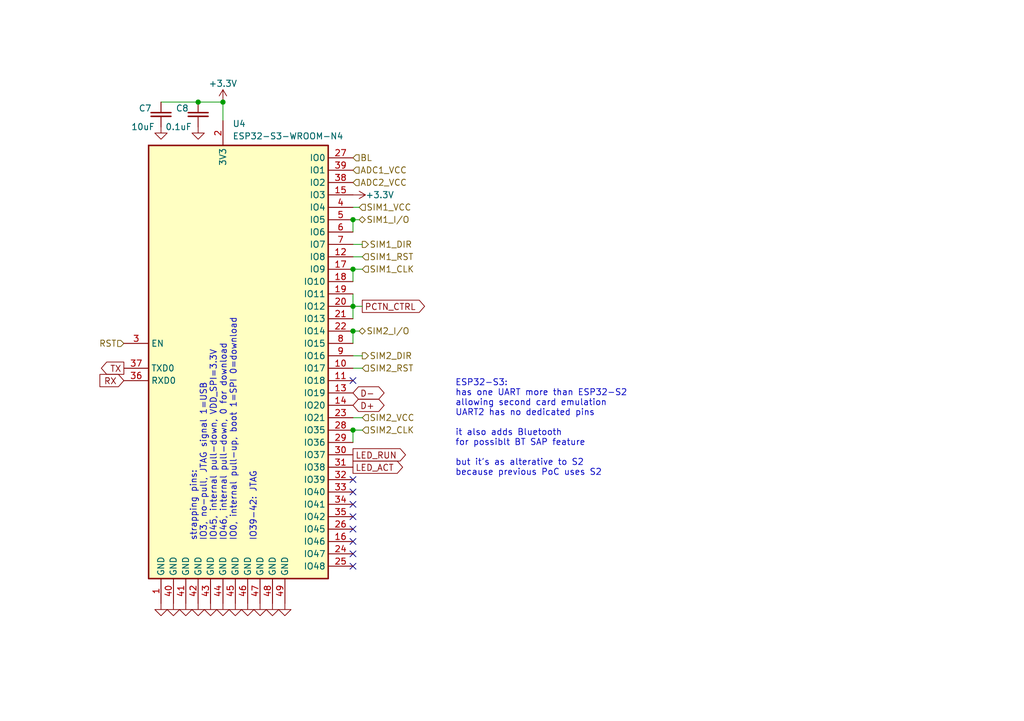
<source format=kicad_sch>
(kicad_sch (version 20230121) (generator eeschema)
  (paper "A5")
  (title_block (title "rSIM") (date "$date$") (rev "$version$.$revision$") (company "CuVoodoo") (comment 1 "King Kévin") (comment 2 "CERN-OHL-S"))
  (lib_symbols
    (symbol "capacitor/C0603 0.1uF 16V_1" (pin_numbers hide) (pin_names hide)
      (property "Reference" "C" (at 0 2.794 0))
      (property "Value" "C0603" (at 0 -2.794 0))
      (symbol "capacitor/C0603 0.1uF 16V_1_1_1"
        (polyline (pts (xy -0.381 2.032) (xy -0.381 -2.032)) (stroke (width 0.305)))
        (polyline (pts (xy 0.381 2.032) (xy 0.381 -2.032)) (stroke (width 0.305)))
        (pin passive line (at -2.54 0 0) (length 2.159) (name "L") (number "1"))
        (pin passive line (at 2.54 0 180) (length 2.159) (name "R") (number "2"))
      )
    )
    (symbol "partdb:MCU/ESP32-S3-WROOM-1-N4"
      (property "Reference" "U" (at 0 0.762 0))
      (property "Value" "ESP32-S3-WROOM-I" (at 28.702 -89.662 0))
      (symbol "MCU/ESP32-S3-WROOM-1-N4_1_1"
        (rectangle (start 0 0) (end 36.83 -88.9) (stroke (width 0.305)) (fill (type background)))
        (pin power_in line (at 2.54 -93.98 90) (length 5.08) (name "GND") (number "1"))
        (pin bidirectional line (at 41.91 -45.72 180) (length 5.08) (name "IO17") (number "10"))
        (pin bidirectional line (at 41.91 -48.26 180) (length 5.08) (name "IO18") (number "11"))
        (pin bidirectional line (at 41.91 -22.86 180) (length 5.08) (name "IO8") (number "12"))
        (pin bidirectional line (at 41.91 -50.8 180) (length 5.08) (name "IO19") (number "13"))
        (pin bidirectional line (at 41.91 -53.34 180) (length 5.08) (name "IO20") (number "14"))
        (pin bidirectional line (at 41.91 -10.16 180) (length 5.08) (name "IO3") (number "15"))
        (pin bidirectional line (at 41.91 -81.28 180) (length 5.08) (name "IO46") (number "16"))
        (pin bidirectional line (at 41.91 -25.4 180) (length 5.08) (name "IO9") (number "17"))
        (pin bidirectional line (at 41.91 -27.94 180) (length 5.08) (name "IO10") (number "18"))
        (pin bidirectional line (at 41.91 -30.48 180) (length 5.08) (name "IO11") (number "19"))
        (pin power_in line (at 15.24 5.08 270) (length 5.08) (name "3V3") (number "2"))
        (pin bidirectional line (at 41.91 -33.02 180) (length 5.08) (name "IO12") (number "20"))
        (pin bidirectional line (at 41.91 -35.56 180) (length 5.08) (name "IO13") (number "21"))
        (pin bidirectional line (at 41.91 -38.1 180) (length 5.08) (name "IO14") (number "22"))
        (pin bidirectional line (at 41.91 -55.88 180) (length 5.08) (name "IO21") (number "23"))
        (pin bidirectional line (at 41.91 -83.82 180) (length 5.08) (name "IO47") (number "24"))
        (pin bidirectional line (at 41.91 -86.36 180) (length 5.08) (name "IO48") (number "25"))
        (pin bidirectional line (at 41.91 -78.74 180) (length 5.08) (name "IO45") (number "26"))
        (pin bidirectional line (at 41.91 -2.54 180) (length 5.08) (name "IO0") (number "27"))
        (pin bidirectional line (at 41.91 -58.42 180) (length 5.08) (name "IO35") (number "28"))
        (pin bidirectional line (at 41.91 -60.96 180) (length 5.08) (name "IO36") (number "29"))
        (pin input line (at -5.08 -40.64 0) (length 5.08) (name "EN") (number "3"))
        (pin bidirectional line (at 41.91 -63.5 180) (length 5.08) (name "IO37") (number "30"))
        (pin bidirectional line (at 41.91 -66.04 180) (length 5.08) (name "IO38") (number "31"))
        (pin bidirectional line (at 41.91 -68.58 180) (length 5.08) (name "IO39") (number "32"))
        (pin bidirectional line (at 41.91 -71.12 180) (length 5.08) (name "IO40") (number "33"))
        (pin bidirectional line (at 41.91 -73.66 180) (length 5.08) (name "IO41") (number "34"))
        (pin bidirectional line (at 41.91 -76.2 180) (length 5.08) (name "IO42") (number "35"))
        (pin bidirectional line (at -5.08 -48.26 0) (length 5.08) (name "RXD0") (number "36"))
        (pin bidirectional line (at -5.08 -45.72 0) (length 5.08) (name "TXD0") (number "37"))
        (pin bidirectional line (at 41.91 -7.62 180) (length 5.08) (name "IO2") (number "38"))
        (pin bidirectional line (at 41.91 -5.08 180) (length 5.08) (name "IO1") (number "39"))
        (pin bidirectional line (at 41.91 -12.7 180) (length 5.08) (name "IO4") (number "4"))
        (pin power_in line (at 5.08 -93.98 90) (length 5.08) (name "GND") (number "40"))
        (pin power_in line (at 7.62 -93.98 90) (length 5.08) (name "GND") (number "41"))
        (pin power_in line (at 10.16 -93.98 90) (length 5.08) (name "GND") (number "42"))
        (pin power_in line (at 12.7 -93.98 90) (length 5.08) (name "GND") (number "43"))
        (pin power_in line (at 15.24 -93.98 90) (length 5.08) (name "GND") (number "44"))
        (pin power_in line (at 17.78 -93.98 90) (length 5.08) (name "GND") (number "45"))
        (pin power_in line (at 20.32 -93.98 90) (length 5.08) (name "GND") (number "46"))
        (pin power_in line (at 22.86 -93.98 90) (length 5.08) (name "GND") (number "47"))
        (pin power_in line (at 25.4 -93.98 90) (length 5.08) (name "GND") (number "48"))
        (pin power_in line (at 27.94 -93.98 90) (length 5.08) (name "GND") (number "49"))
        (pin bidirectional line (at 41.91 -15.24 180) (length 5.08) (name "IO5") (number "5"))
        (pin bidirectional line (at 41.91 -17.78 180) (length 5.08) (name "IO6") (number "6"))
        (pin bidirectional line (at 41.91 -20.32 180) (length 5.08) (name "IO7") (number "7"))
        (pin bidirectional line (at 41.91 -40.64 180) (length 5.08) (name "IO15") (number "8"))
        (pin bidirectional line (at 41.91 -43.18 180) (length 5.08) (name "IO16") (number "9"))
      )
    )
    (symbol "partdb:capacitor/C0603 10uF" (pin_numbers hide) (pin_names hide)
      (property "Reference" "C" (at 0 2.794 0))
      (property "Value" "C0603" (at 0 -2.794 0))
      (symbol "capacitor/C0603 10uF_1_1"
        (polyline (pts (xy -0.381 2.032) (xy -0.381 -2.032)) (stroke (width 0.305)))
        (polyline (pts (xy 0.381 2.032) (xy 0.381 -2.032)) (stroke (width 0.305)))
        (pin passive line (at -2.54 0 0) (length 2.159) (name "L") (number "1"))
        (pin passive line (at 2.54 0 180) (length 2.159) (name "R") (number "2"))
      )
    )
    (symbol "power:+3.3V" (power) (pin_names (offset 0))
      (property "Value" "+3.3V" (at 0 3.556 0))
      (symbol "+3.3V_0_1"
        (polyline (pts (xy -0.762 1.27) (xy 0 2.54)))
        (polyline (pts (xy 0 0) (xy 0 2.54)))
        (polyline (pts (xy 0 2.54) (xy 0.762 1.27)))
      )
      (symbol "+3.3V_1_1"
        (pin power_in line (at 0 0 90) (length 0) hide (name "+3.3V") (number "1"))
      )
    )
    (symbol "power:GND" (power) (pin_names (offset 0))
      (property "Value" "GND" (at 0 -3.81 0))
      (symbol "GND_0_1"
        (polyline (pts (xy 0 0) (xy 0 -1.27) (xy 1.27 -1.27) (xy 0 -2.54) (xy -1.27 -1.27) (xy 0 -1.27)))
      )
      (symbol "GND_1_1"
        (pin power_in line (at 0 0 270) (length 0) hide (name "GND") (number "1"))
      )
    )
  )
  (junction (at 72.39 62.865))
  (junction (at 72.39 67.945))
  (junction (at 72.39 55.245))
  (junction (at 40.64 20.955))
  (junction (at 72.39 45.085))
  (junction (at 72.39 88.265))
  (junction (at 45.72 20.955))
  (no_connect (at 72.39 113.665))
  (no_connect (at 72.39 103.505))
  (no_connect (at 72.39 111.125))
  (no_connect (at 72.39 116.205))
  (no_connect (at 72.39 100.965))
  (no_connect (at 72.39 78.105))
  (no_connect (at 72.39 108.585))
  (no_connect (at 72.39 98.425))
  (no_connect (at 72.39 106.045))
  (wire (pts (xy 72.39 88.265) (xy 72.39 90.805)))
  (wire (pts (xy 73.66 45.085) (xy 72.39 45.085)))
  (wire (pts (xy 72.39 45.085) (xy 72.39 47.625)))
  (wire (pts (xy 74.295 75.565) (xy 72.39 75.565)))
  (wire (pts (xy 72.39 62.865) (xy 74.295 62.865)))
  (wire (pts (xy 33.02 20.955) (xy 40.64 20.955)))
  (wire (pts (xy 45.72 24.765) (xy 45.72 20.955)))
  (wire (pts (xy 74.295 88.265) (xy 72.39 88.265)))
  (wire (pts (xy 72.39 60.325) (xy 72.39 62.865)))
  (wire (pts (xy 45.72 20.955) (xy 40.64 20.955)))
  (wire (pts (xy 72.39 67.945) (xy 72.39 70.485)))
  (wire (pts (xy 74.295 55.245) (xy 72.39 55.245)))
  (wire (pts (xy 72.39 62.865) (xy 72.39 65.405)))
  (wire (pts (xy 74.295 85.725) (xy 72.39 85.725)))
  (wire (pts (xy 73.66 42.545) (xy 72.39 42.545)))
  (wire (pts (xy 74.295 52.705) (xy 72.39 52.705)))
  (wire (pts (xy 72.39 55.245) (xy 72.39 57.785)))
  (wire (pts (xy 74.295 73.025) (xy 72.39 73.025)))
  (wire (pts (xy 74.295 50.165) (xy 72.39 50.165)))
  (wire (pts (xy 73.66 67.945) (xy 72.39 67.945)))
  (text "ESP32-S3:\nhas one UART more than ESP32-S2\nallowing second card emulation\nUART2 has no dedicated pins\n\nit also adds Bluetooth\nfor possiblt BT SAP feature\n\nbut it's as alterative to S2\nbecause previous PoC uses S2" (at 93.345 97.79 0) (effects (font (size 1.27 1.27)) (justify left bottom)))
  (text "strapping pins:\nIO3, no-pull, JTAG signal 1=USB\nIO45, internal pull-down, VDD_SPI=3.3V\nIO46, internal pull-down, 0 for download\nIO0, internal pull-up, boot 1=SPI 0=download\n\nIO39-42: JTAG" (at 52.705 111.125 90) (effects (font (size 1.27 1.27)) (justify left bottom)))
  (global_label "LED_ACT" (shape output) (at 72.39 95.885 0) (property "Intersheetrefs" "${INTERSHEET_REFS}" (effects hide)))
  (global_label "D+" (shape bidirectional) (at 72.39 83.185 0) (property "Intersheetrefs" "${INTERSHEET_REFS}" (effects hide)))
  (global_label "LED_RUN" (shape output) (at 72.39 93.345 0) (property "Intersheetrefs" "${INTERSHEET_REFS}" (effects hide)))
  (global_label "TX" (shape output) (at 25.4 75.565 180) (property "Intersheetrefs" "${INTERSHEET_REFS}" (effects hide)))
  (global_label "RX" (shape input) (at 25.4 78.105 180) (property "Intersheetrefs" "${INTERSHEET_REFS}" (effects hide)))
  (global_label "D-" (shape bidirectional) (at 72.39 80.645 0) (property "Intersheetrefs" "${INTERSHEET_REFS}" (effects hide)))
  (global_label "PCTN_CTRL" (shape output) (at 74.295 62.865 0) (property "Intersheetrefs" "${INTERSHEET_REFS}" (effects hide)))
  (hierarchical_label "SIM1_RST" (shape input) (at 74.295 52.705 0))
  (hierarchical_label "SIM2_RST" (shape input) (at 74.295 75.565 0))
  (hierarchical_label "BL" (shape input) (at 72.39 32.385 0))
  (hierarchical_label "SIM2_DIR" (shape output) (at 74.295 73.025 0))
  (hierarchical_label "SIM2_I{slash}O" (shape bidirectional) (at 73.66 67.945 0))
  (hierarchical_label "SIM1_I{slash}O" (shape bidirectional) (at 73.66 45.085 0))
  (hierarchical_label "SIM1_CLK" (shape input) (at 74.295 55.245 0))
  (hierarchical_label "RST" (shape input) (at 25.4 70.485 180))
  (hierarchical_label "SIM1_DIR" (shape output) (at 74.295 50.165 0))
  (hierarchical_label "SIM1_VCC" (shape input) (at 73.66 42.545 0))
  (hierarchical_label "SIM2_CLK" (shape input) (at 74.295 88.265 0))
  (hierarchical_label "ADC2_VCC" (shape input) (at 72.39 37.465 0))
  (hierarchical_label "SIM2_VCC" (shape input) (at 74.295 85.725 0))
  (hierarchical_label "ADC1_VCC" (shape input) (at 72.39 34.925 0))
  (symbol (lib_id "power:GND") (at 40.64 26.035 0) (unit 1)
    (property "Reference" "#PWR057" (effects hide))
    (property "Value" "GND" (effects hide))
    (instances (project "rsim" (path "" (reference "#PWR057") (unit 1)) (path "" (reference "#PWR059") (unit 1))))
  )
  (symbol (lib_id "power:GND") (at 58.42 123.825 0) (mirror y) (unit 1)
    (property "Reference" "#PWR070" (effects hide))
    (property "Value" "GND" (effects hide))
    (instances (project "rsim" (path "" (reference "#PWR070") (unit 1)) (path "" (reference "#PWR068") (unit 1))))
  )
  (symbol (lib_id "power:GND") (at 45.72 123.825 0) (mirror y) (unit 1)
    (property "Reference" "#PWR065" (effects hide))
    (property "Value" "GND" (effects hide))
    (instances (project "rsim" (path "" (reference "#PWR065") (unit 1)) (path "" (reference "#PWR063") (unit 1))))
  )
  (symbol (lib_id "power:GND") (at 48.26 123.825 0) (mirror y) (unit 1)
    (property "Reference" "#PWR066" (effects hide))
    (property "Value" "GND" (effects hide))
    (instances (project "rsim" (path "" (reference "#PWR066") (unit 1)) (path "" (reference "#PWR064") (unit 1))))
  )
  (symbol (lib_id "power:GND") (at 35.56 123.825 0) (mirror y) (unit 1)
    (property "Reference" "#PWR061" (effects hide))
    (property "Value" "GND" (effects hide))
    (instances (project "rsim" (path "" (reference "#PWR061") (unit 1)) (path "" (reference "#PWR057") (unit 1))))
  )
  (symbol (lib_id "power:GND") (at 38.1 123.825 0) (mirror y) (unit 1)
    (property "Reference" "#PWR062" (effects hide))
    (property "Value" "GND" (effects hide))
    (instances (project "rsim" (path "" (reference "#PWR062") (unit 1)) (path "" (reference "#PWR058") (unit 1))))
  )
  (symbol (lib_id "power:GND") (at 50.8 123.825 0) (mirror y) (unit 1)
    (property "Reference" "#PWR067" (effects hide))
    (property "Value" "GND" (effects hide))
    (instances (project "rsim" (path "" (reference "#PWR067") (unit 1)) (path "" (reference "#PWR065") (unit 1))))
  )
  (symbol (lib_id "power:+3.3V") (at 45.72 20.955 0) (unit 1)
    (property "Reference" "#PWR058" (effects hide))
    (property "Value" "+3.3V" (at 45.72 17.145 0))
    (instances (project "rsim" (path "" (reference "#PWR058") (unit 1)) (path "" (reference "#PWR062") (unit 1))))
  )
  (symbol (lib_id "power:GND") (at 55.88 123.825 0) (mirror y) (unit 1)
    (property "Reference" "#PWR069" (effects hide))
    (property "Value" "GND" (effects hide))
    (instances (project "rsim" (path "" (reference "#PWR069") (unit 1)) (path "" (reference "#PWR067") (unit 1))))
  )
  (symbol (lib_id "power:GND") (at 33.02 26.035 0) (unit 1)
    (property "Reference" "#PWR056" (effects hide))
    (property "Value" "GND" (effects hide))
    (instances (project "rsim" (path "" (reference "#PWR056") (unit 1)) (path "" (reference "#PWR055") (unit 1))))
  )
  (symbol (lib_id "power:GND") (at 33.02 123.825 0) (mirror y) (unit 1)
    (property "Reference" "#PWR060" (effects hide))
    (property "Value" "GND" (effects hide))
    (instances (project "rsim" (path "" (reference "#PWR060") (unit 1)) (path "" (reference "#PWR056") (unit 1))))
  )
  (symbol (lib_id "power:+3.3V") (at 72.39 40.005 270) (unit 1)
    (property "Reference" "#PWR071" (effects hide))
    (property "Value" "+3.3V" (at 74.93 40.005 90) (effects (justify left)))
    (instances (project "rsim" (path "" (reference "#PWR071") (unit 1)) (path "" (reference "#PWR069") (unit 1))))
  )
  (symbol (lib_id "power:GND") (at 40.64 123.825 0) (mirror y) (unit 1)
    (property "Reference" "#PWR063" (effects hide))
    (property "Value" "GND" (effects hide))
    (instances (project "rsim" (path "" (reference "#PWR063") (unit 1)) (path "" (reference "#PWR060") (unit 1))))
  )
  (symbol (lib_id "power:GND") (at 53.34 123.825 0) (mirror y) (unit 1)
    (property "Reference" "#PWR068" (effects hide))
    (property "Value" "GND" (effects hide))
    (instances (project "rsim" (path "" (reference "#PWR068") (unit 1)) (path "" (reference "#PWR066") (unit 1))))
  )
  (symbol (lib_id "partdb:MCU/ESP32-S3-WROOM-1-N4") (at 30.48 29.845 0) (unit 1)
    (property "Reference" "U4" (at 47.6759 25.4 0) (effects (justify left)))
    (property "Value" "ESP32-S3-WROOM-N4" (at 47.6759 27.94 0) (effects (justify left)))
    (property "Footprint" "qeda:MCU_ESP32-S3-WROOM-I" (effects hide))
    (property "Datasheet" "https://www.espressif.com/sites/default/files/documentation/esp32-s3-wroom-1_wroom-1u_datasheet_en.pdf" (effects hide))
    (property "qeda_part" "mcu/espressif_esp32-s3-wroom-1" (effects hide))
    (property "Description" "ESP32-S3 module, PCB antenna, 4MB flash" (effects hide))
    (property "LCSC" "C2913197" (effects hide))
  )
  (symbol (lib_id "power:GND") (at 43.18 123.825 0) (mirror y) (unit 1)
    (property "Reference" "#PWR064" (effects hide))
    (property "Value" "GND" (effects hide))
    (instances (project "rsim" (path "" (reference "#PWR064") (unit 1)) (path "" (reference "#PWR061") (unit 1))))
  )
  (symbol (lib_name "capacitor/C0603 0.1uF 16V_1") (lib_id "partdb:capacitor/C0603 0.1uF 16V") (at 40.64 23.495 90) (unit 1)
    (property "Reference" "C8" (at 38.735 22.225 90) (effects (justify left)))
    (property "Value" "0.1uF" (at 39.37 26.035 90) (effects (justify left)))
    (property "Footprint" "qeda:CAPC1608X92N" (effects hide))
    (property "Datasheet" "Chip capacitor 1.6x0.8 mm" (effects hide))
    (property "qeda_part" "capacitor/c0603" (effects hide))
    (property "JLCPCB_CORRECTION" "0;0;-90" (effects hide))
    (property "Description" "100nF ±20% 16V X7R" (effects hide))
    (property "DigiKey" "311-1335-1-ND" (effects hide))
    (instances (project "rsim" (path "" (reference "C8") (unit 1)) (path "" (reference "C11") (unit 1))))
  )
  (symbol (lib_id "partdb:capacitor/C0603 10uF") (at 33.02 23.495 90) (unit 1)
    (property "Reference" "C7" (at 31.115 22.225 90) (effects (justify left)))
    (property "Value" "10uF" (at 31.75 26.035 90) (effects (justify left)))
    (property "Footprint" "qeda:CAPC1608X92N" (effects hide))
    (property "Datasheet" "Chip capacitor 1.6x0.8 mm" (effects hide))
    (property "qeda_part" "capacitor/c0603" (effects hide))
    (property "JLCPCB_CORRECTION" "0;0;-90" (effects hide))
    (property "Description" "10V X5R 20%" (effects hide))
    (property "LCSC" "C85713" (effects hide))
    (property "JLCPCB" "C19702" (effects hide))
    (instances (project "rsim" (path "" (reference "C7") (unit 1)) (path "" (reference "C10") (unit 1))))
  )
)
</source>
